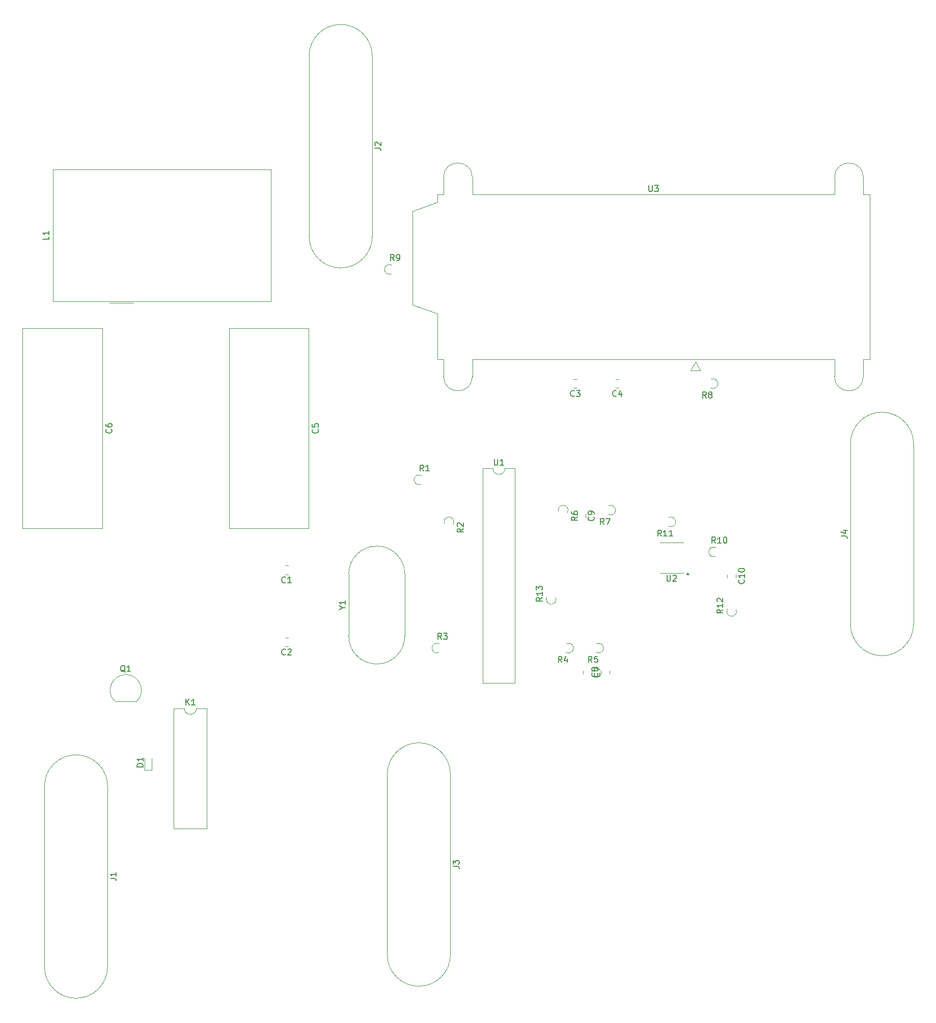
<source format=gbr>
%TF.GenerationSoftware,KiCad,Pcbnew,8.0.5*%
%TF.CreationDate,2024-09-18T16:37:26+03:00*%
%TF.ProjectId,TDR_test,5444525f-7465-4737-942e-6b696361645f,rev?*%
%TF.SameCoordinates,Original*%
%TF.FileFunction,Legend,Top*%
%TF.FilePolarity,Positive*%
%FSLAX46Y46*%
G04 Gerber Fmt 4.6, Leading zero omitted, Abs format (unit mm)*
G04 Created by KiCad (PCBNEW 8.0.5) date 2024-09-18 16:37:26*
%MOMM*%
%LPD*%
G01*
G04 APERTURE LIST*
%ADD10C,0.150000*%
%ADD11C,0.120000*%
G04 APERTURE END LIST*
D10*
X157039580Y-109642857D02*
X157087200Y-109690476D01*
X157087200Y-109690476D02*
X157134819Y-109833333D01*
X157134819Y-109833333D02*
X157134819Y-109928571D01*
X157134819Y-109928571D02*
X157087200Y-110071428D01*
X157087200Y-110071428D02*
X156991961Y-110166666D01*
X156991961Y-110166666D02*
X156896723Y-110214285D01*
X156896723Y-110214285D02*
X156706247Y-110261904D01*
X156706247Y-110261904D02*
X156563390Y-110261904D01*
X156563390Y-110261904D02*
X156372914Y-110214285D01*
X156372914Y-110214285D02*
X156277676Y-110166666D01*
X156277676Y-110166666D02*
X156182438Y-110071428D01*
X156182438Y-110071428D02*
X156134819Y-109928571D01*
X156134819Y-109928571D02*
X156134819Y-109833333D01*
X156134819Y-109833333D02*
X156182438Y-109690476D01*
X156182438Y-109690476D02*
X156230057Y-109642857D01*
X157134819Y-108690476D02*
X157134819Y-109261904D01*
X157134819Y-108976190D02*
X156134819Y-108976190D01*
X156134819Y-108976190D02*
X156277676Y-109071428D01*
X156277676Y-109071428D02*
X156372914Y-109166666D01*
X156372914Y-109166666D02*
X156420533Y-109261904D01*
X156134819Y-108071428D02*
X156134819Y-107976190D01*
X156134819Y-107976190D02*
X156182438Y-107880952D01*
X156182438Y-107880952D02*
X156230057Y-107833333D01*
X156230057Y-107833333D02*
X156325295Y-107785714D01*
X156325295Y-107785714D02*
X156515771Y-107738095D01*
X156515771Y-107738095D02*
X156753866Y-107738095D01*
X156753866Y-107738095D02*
X156944342Y-107785714D01*
X156944342Y-107785714D02*
X157039580Y-107833333D01*
X157039580Y-107833333D02*
X157087200Y-107880952D01*
X157087200Y-107880952D02*
X157134819Y-107976190D01*
X157134819Y-107976190D02*
X157134819Y-108071428D01*
X157134819Y-108071428D02*
X157087200Y-108166666D01*
X157087200Y-108166666D02*
X157039580Y-108214285D01*
X157039580Y-108214285D02*
X156944342Y-108261904D01*
X156944342Y-108261904D02*
X156753866Y-108309523D01*
X156753866Y-108309523D02*
X156515771Y-108309523D01*
X156515771Y-108309523D02*
X156325295Y-108261904D01*
X156325295Y-108261904D02*
X156230057Y-108214285D01*
X156230057Y-108214285D02*
X156182438Y-108166666D01*
X156182438Y-108166666D02*
X156134819Y-108071428D01*
X132039580Y-99166666D02*
X132087200Y-99214285D01*
X132087200Y-99214285D02*
X132134819Y-99357142D01*
X132134819Y-99357142D02*
X132134819Y-99452380D01*
X132134819Y-99452380D02*
X132087200Y-99595237D01*
X132087200Y-99595237D02*
X131991961Y-99690475D01*
X131991961Y-99690475D02*
X131896723Y-99738094D01*
X131896723Y-99738094D02*
X131706247Y-99785713D01*
X131706247Y-99785713D02*
X131563390Y-99785713D01*
X131563390Y-99785713D02*
X131372914Y-99738094D01*
X131372914Y-99738094D02*
X131277676Y-99690475D01*
X131277676Y-99690475D02*
X131182438Y-99595237D01*
X131182438Y-99595237D02*
X131134819Y-99452380D01*
X131134819Y-99452380D02*
X131134819Y-99357142D01*
X131134819Y-99357142D02*
X131182438Y-99214285D01*
X131182438Y-99214285D02*
X131230057Y-99166666D01*
X132134819Y-98690475D02*
X132134819Y-98499999D01*
X132134819Y-98499999D02*
X132087200Y-98404761D01*
X132087200Y-98404761D02*
X132039580Y-98357142D01*
X132039580Y-98357142D02*
X131896723Y-98261904D01*
X131896723Y-98261904D02*
X131706247Y-98214285D01*
X131706247Y-98214285D02*
X131325295Y-98214285D01*
X131325295Y-98214285D02*
X131230057Y-98261904D01*
X131230057Y-98261904D02*
X131182438Y-98309523D01*
X131182438Y-98309523D02*
X131134819Y-98404761D01*
X131134819Y-98404761D02*
X131134819Y-98595237D01*
X131134819Y-98595237D02*
X131182438Y-98690475D01*
X131182438Y-98690475D02*
X131230057Y-98738094D01*
X131230057Y-98738094D02*
X131325295Y-98785713D01*
X131325295Y-98785713D02*
X131563390Y-98785713D01*
X131563390Y-98785713D02*
X131658628Y-98738094D01*
X131658628Y-98738094D02*
X131706247Y-98690475D01*
X131706247Y-98690475D02*
X131753866Y-98595237D01*
X131753866Y-98595237D02*
X131753866Y-98404761D01*
X131753866Y-98404761D02*
X131706247Y-98309523D01*
X131706247Y-98309523D02*
X131658628Y-98261904D01*
X131658628Y-98261904D02*
X131563390Y-98214285D01*
X132679580Y-125166666D02*
X132727200Y-125214285D01*
X132727200Y-125214285D02*
X132774819Y-125357142D01*
X132774819Y-125357142D02*
X132774819Y-125452380D01*
X132774819Y-125452380D02*
X132727200Y-125595237D01*
X132727200Y-125595237D02*
X132631961Y-125690475D01*
X132631961Y-125690475D02*
X132536723Y-125738094D01*
X132536723Y-125738094D02*
X132346247Y-125785713D01*
X132346247Y-125785713D02*
X132203390Y-125785713D01*
X132203390Y-125785713D02*
X132012914Y-125738094D01*
X132012914Y-125738094D02*
X131917676Y-125690475D01*
X131917676Y-125690475D02*
X131822438Y-125595237D01*
X131822438Y-125595237D02*
X131774819Y-125452380D01*
X131774819Y-125452380D02*
X131774819Y-125357142D01*
X131774819Y-125357142D02*
X131822438Y-125214285D01*
X131822438Y-125214285D02*
X131870057Y-125166666D01*
X132203390Y-124595237D02*
X132155771Y-124690475D01*
X132155771Y-124690475D02*
X132108152Y-124738094D01*
X132108152Y-124738094D02*
X132012914Y-124785713D01*
X132012914Y-124785713D02*
X131965295Y-124785713D01*
X131965295Y-124785713D02*
X131870057Y-124738094D01*
X131870057Y-124738094D02*
X131822438Y-124690475D01*
X131822438Y-124690475D02*
X131774819Y-124595237D01*
X131774819Y-124595237D02*
X131774819Y-124404761D01*
X131774819Y-124404761D02*
X131822438Y-124309523D01*
X131822438Y-124309523D02*
X131870057Y-124261904D01*
X131870057Y-124261904D02*
X131965295Y-124214285D01*
X131965295Y-124214285D02*
X132012914Y-124214285D01*
X132012914Y-124214285D02*
X132108152Y-124261904D01*
X132108152Y-124261904D02*
X132155771Y-124309523D01*
X132155771Y-124309523D02*
X132203390Y-124404761D01*
X132203390Y-124404761D02*
X132203390Y-124595237D01*
X132203390Y-124595237D02*
X132251009Y-124690475D01*
X132251009Y-124690475D02*
X132298628Y-124738094D01*
X132298628Y-124738094D02*
X132393866Y-124785713D01*
X132393866Y-124785713D02*
X132584342Y-124785713D01*
X132584342Y-124785713D02*
X132679580Y-124738094D01*
X132679580Y-124738094D02*
X132727200Y-124690475D01*
X132727200Y-124690475D02*
X132774819Y-124595237D01*
X132774819Y-124595237D02*
X132774819Y-124404761D01*
X132774819Y-124404761D02*
X132727200Y-124309523D01*
X132727200Y-124309523D02*
X132679580Y-124261904D01*
X132679580Y-124261904D02*
X132584342Y-124214285D01*
X132584342Y-124214285D02*
X132393866Y-124214285D01*
X132393866Y-124214285D02*
X132298628Y-124261904D01*
X132298628Y-124261904D02*
X132251009Y-124309523D01*
X132251009Y-124309523D02*
X132203390Y-124404761D01*
X133039580Y-125166666D02*
X133087200Y-125214285D01*
X133087200Y-125214285D02*
X133134819Y-125357142D01*
X133134819Y-125357142D02*
X133134819Y-125452380D01*
X133134819Y-125452380D02*
X133087200Y-125595237D01*
X133087200Y-125595237D02*
X132991961Y-125690475D01*
X132991961Y-125690475D02*
X132896723Y-125738094D01*
X132896723Y-125738094D02*
X132706247Y-125785713D01*
X132706247Y-125785713D02*
X132563390Y-125785713D01*
X132563390Y-125785713D02*
X132372914Y-125738094D01*
X132372914Y-125738094D02*
X132277676Y-125690475D01*
X132277676Y-125690475D02*
X132182438Y-125595237D01*
X132182438Y-125595237D02*
X132134819Y-125452380D01*
X132134819Y-125452380D02*
X132134819Y-125357142D01*
X132134819Y-125357142D02*
X132182438Y-125214285D01*
X132182438Y-125214285D02*
X132230057Y-125166666D01*
X132134819Y-124833332D02*
X132134819Y-124166666D01*
X132134819Y-124166666D02*
X133134819Y-124595237D01*
X135833333Y-79039580D02*
X135785714Y-79087200D01*
X135785714Y-79087200D02*
X135642857Y-79134819D01*
X135642857Y-79134819D02*
X135547619Y-79134819D01*
X135547619Y-79134819D02*
X135404762Y-79087200D01*
X135404762Y-79087200D02*
X135309524Y-78991961D01*
X135309524Y-78991961D02*
X135261905Y-78896723D01*
X135261905Y-78896723D02*
X135214286Y-78706247D01*
X135214286Y-78706247D02*
X135214286Y-78563390D01*
X135214286Y-78563390D02*
X135261905Y-78372914D01*
X135261905Y-78372914D02*
X135309524Y-78277676D01*
X135309524Y-78277676D02*
X135404762Y-78182438D01*
X135404762Y-78182438D02*
X135547619Y-78134819D01*
X135547619Y-78134819D02*
X135642857Y-78134819D01*
X135642857Y-78134819D02*
X135785714Y-78182438D01*
X135785714Y-78182438D02*
X135833333Y-78230057D01*
X136690476Y-78468152D02*
X136690476Y-79134819D01*
X136452381Y-78087200D02*
X136214286Y-78801485D01*
X136214286Y-78801485D02*
X136833333Y-78801485D01*
X128833333Y-79039580D02*
X128785714Y-79087200D01*
X128785714Y-79087200D02*
X128642857Y-79134819D01*
X128642857Y-79134819D02*
X128547619Y-79134819D01*
X128547619Y-79134819D02*
X128404762Y-79087200D01*
X128404762Y-79087200D02*
X128309524Y-78991961D01*
X128309524Y-78991961D02*
X128261905Y-78896723D01*
X128261905Y-78896723D02*
X128214286Y-78706247D01*
X128214286Y-78706247D02*
X128214286Y-78563390D01*
X128214286Y-78563390D02*
X128261905Y-78372914D01*
X128261905Y-78372914D02*
X128309524Y-78277676D01*
X128309524Y-78277676D02*
X128404762Y-78182438D01*
X128404762Y-78182438D02*
X128547619Y-78134819D01*
X128547619Y-78134819D02*
X128642857Y-78134819D01*
X128642857Y-78134819D02*
X128785714Y-78182438D01*
X128785714Y-78182438D02*
X128833333Y-78230057D01*
X129166667Y-78134819D02*
X129785714Y-78134819D01*
X129785714Y-78134819D02*
X129452381Y-78515771D01*
X129452381Y-78515771D02*
X129595238Y-78515771D01*
X129595238Y-78515771D02*
X129690476Y-78563390D01*
X129690476Y-78563390D02*
X129738095Y-78611009D01*
X129738095Y-78611009D02*
X129785714Y-78706247D01*
X129785714Y-78706247D02*
X129785714Y-78944342D01*
X129785714Y-78944342D02*
X129738095Y-79039580D01*
X129738095Y-79039580D02*
X129690476Y-79087200D01*
X129690476Y-79087200D02*
X129595238Y-79134819D01*
X129595238Y-79134819D02*
X129309524Y-79134819D01*
X129309524Y-79134819D02*
X129214286Y-79087200D01*
X129214286Y-79087200D02*
X129166667Y-79039580D01*
X80833333Y-122039580D02*
X80785714Y-122087200D01*
X80785714Y-122087200D02*
X80642857Y-122134819D01*
X80642857Y-122134819D02*
X80547619Y-122134819D01*
X80547619Y-122134819D02*
X80404762Y-122087200D01*
X80404762Y-122087200D02*
X80309524Y-121991961D01*
X80309524Y-121991961D02*
X80261905Y-121896723D01*
X80261905Y-121896723D02*
X80214286Y-121706247D01*
X80214286Y-121706247D02*
X80214286Y-121563390D01*
X80214286Y-121563390D02*
X80261905Y-121372914D01*
X80261905Y-121372914D02*
X80309524Y-121277676D01*
X80309524Y-121277676D02*
X80404762Y-121182438D01*
X80404762Y-121182438D02*
X80547619Y-121134819D01*
X80547619Y-121134819D02*
X80642857Y-121134819D01*
X80642857Y-121134819D02*
X80785714Y-121182438D01*
X80785714Y-121182438D02*
X80833333Y-121230057D01*
X81214286Y-121230057D02*
X81261905Y-121182438D01*
X81261905Y-121182438D02*
X81357143Y-121134819D01*
X81357143Y-121134819D02*
X81595238Y-121134819D01*
X81595238Y-121134819D02*
X81690476Y-121182438D01*
X81690476Y-121182438D02*
X81738095Y-121230057D01*
X81738095Y-121230057D02*
X81785714Y-121325295D01*
X81785714Y-121325295D02*
X81785714Y-121420533D01*
X81785714Y-121420533D02*
X81738095Y-121563390D01*
X81738095Y-121563390D02*
X81166667Y-122134819D01*
X81166667Y-122134819D02*
X81785714Y-122134819D01*
X80833333Y-110039580D02*
X80785714Y-110087200D01*
X80785714Y-110087200D02*
X80642857Y-110134819D01*
X80642857Y-110134819D02*
X80547619Y-110134819D01*
X80547619Y-110134819D02*
X80404762Y-110087200D01*
X80404762Y-110087200D02*
X80309524Y-109991961D01*
X80309524Y-109991961D02*
X80261905Y-109896723D01*
X80261905Y-109896723D02*
X80214286Y-109706247D01*
X80214286Y-109706247D02*
X80214286Y-109563390D01*
X80214286Y-109563390D02*
X80261905Y-109372914D01*
X80261905Y-109372914D02*
X80309524Y-109277676D01*
X80309524Y-109277676D02*
X80404762Y-109182438D01*
X80404762Y-109182438D02*
X80547619Y-109134819D01*
X80547619Y-109134819D02*
X80642857Y-109134819D01*
X80642857Y-109134819D02*
X80785714Y-109182438D01*
X80785714Y-109182438D02*
X80833333Y-109230057D01*
X81785714Y-110134819D02*
X81214286Y-110134819D01*
X81500000Y-110134819D02*
X81500000Y-109134819D01*
X81500000Y-109134819D02*
X81404762Y-109277676D01*
X81404762Y-109277676D02*
X81309524Y-109372914D01*
X81309524Y-109372914D02*
X81214286Y-109420533D01*
X123534819Y-112592857D02*
X123058628Y-112926190D01*
X123534819Y-113164285D02*
X122534819Y-113164285D01*
X122534819Y-113164285D02*
X122534819Y-112783333D01*
X122534819Y-112783333D02*
X122582438Y-112688095D01*
X122582438Y-112688095D02*
X122630057Y-112640476D01*
X122630057Y-112640476D02*
X122725295Y-112592857D01*
X122725295Y-112592857D02*
X122868152Y-112592857D01*
X122868152Y-112592857D02*
X122963390Y-112640476D01*
X122963390Y-112640476D02*
X123011009Y-112688095D01*
X123011009Y-112688095D02*
X123058628Y-112783333D01*
X123058628Y-112783333D02*
X123058628Y-113164285D01*
X123534819Y-111640476D02*
X123534819Y-112211904D01*
X123534819Y-111926190D02*
X122534819Y-111926190D01*
X122534819Y-111926190D02*
X122677676Y-112021428D01*
X122677676Y-112021428D02*
X122772914Y-112116666D01*
X122772914Y-112116666D02*
X122820533Y-112211904D01*
X122534819Y-111307142D02*
X122534819Y-110688095D01*
X122534819Y-110688095D02*
X122915771Y-111021428D01*
X122915771Y-111021428D02*
X122915771Y-110878571D01*
X122915771Y-110878571D02*
X122963390Y-110783333D01*
X122963390Y-110783333D02*
X123011009Y-110735714D01*
X123011009Y-110735714D02*
X123106247Y-110688095D01*
X123106247Y-110688095D02*
X123344342Y-110688095D01*
X123344342Y-110688095D02*
X123439580Y-110735714D01*
X123439580Y-110735714D02*
X123487200Y-110783333D01*
X123487200Y-110783333D02*
X123534819Y-110878571D01*
X123534819Y-110878571D02*
X123534819Y-111164285D01*
X123534819Y-111164285D02*
X123487200Y-111259523D01*
X123487200Y-111259523D02*
X123439580Y-111307142D01*
X153534819Y-114592857D02*
X153058628Y-114926190D01*
X153534819Y-115164285D02*
X152534819Y-115164285D01*
X152534819Y-115164285D02*
X152534819Y-114783333D01*
X152534819Y-114783333D02*
X152582438Y-114688095D01*
X152582438Y-114688095D02*
X152630057Y-114640476D01*
X152630057Y-114640476D02*
X152725295Y-114592857D01*
X152725295Y-114592857D02*
X152868152Y-114592857D01*
X152868152Y-114592857D02*
X152963390Y-114640476D01*
X152963390Y-114640476D02*
X153011009Y-114688095D01*
X153011009Y-114688095D02*
X153058628Y-114783333D01*
X153058628Y-114783333D02*
X153058628Y-115164285D01*
X153534819Y-113640476D02*
X153534819Y-114211904D01*
X153534819Y-113926190D02*
X152534819Y-113926190D01*
X152534819Y-113926190D02*
X152677676Y-114021428D01*
X152677676Y-114021428D02*
X152772914Y-114116666D01*
X152772914Y-114116666D02*
X152820533Y-114211904D01*
X152630057Y-113259523D02*
X152582438Y-113211904D01*
X152582438Y-113211904D02*
X152534819Y-113116666D01*
X152534819Y-113116666D02*
X152534819Y-112878571D01*
X152534819Y-112878571D02*
X152582438Y-112783333D01*
X152582438Y-112783333D02*
X152630057Y-112735714D01*
X152630057Y-112735714D02*
X152725295Y-112688095D01*
X152725295Y-112688095D02*
X152820533Y-112688095D01*
X152820533Y-112688095D02*
X152963390Y-112735714D01*
X152963390Y-112735714D02*
X153534819Y-113307142D01*
X153534819Y-113307142D02*
X153534819Y-112688095D01*
X143307142Y-102374819D02*
X142973809Y-101898628D01*
X142735714Y-102374819D02*
X142735714Y-101374819D01*
X142735714Y-101374819D02*
X143116666Y-101374819D01*
X143116666Y-101374819D02*
X143211904Y-101422438D01*
X143211904Y-101422438D02*
X143259523Y-101470057D01*
X143259523Y-101470057D02*
X143307142Y-101565295D01*
X143307142Y-101565295D02*
X143307142Y-101708152D01*
X143307142Y-101708152D02*
X143259523Y-101803390D01*
X143259523Y-101803390D02*
X143211904Y-101851009D01*
X143211904Y-101851009D02*
X143116666Y-101898628D01*
X143116666Y-101898628D02*
X142735714Y-101898628D01*
X144259523Y-102374819D02*
X143688095Y-102374819D01*
X143973809Y-102374819D02*
X143973809Y-101374819D01*
X143973809Y-101374819D02*
X143878571Y-101517676D01*
X143878571Y-101517676D02*
X143783333Y-101612914D01*
X143783333Y-101612914D02*
X143688095Y-101660533D01*
X145211904Y-102374819D02*
X144640476Y-102374819D01*
X144926190Y-102374819D02*
X144926190Y-101374819D01*
X144926190Y-101374819D02*
X144830952Y-101517676D01*
X144830952Y-101517676D02*
X144735714Y-101612914D01*
X144735714Y-101612914D02*
X144640476Y-101660533D01*
X152307142Y-103534819D02*
X151973809Y-103058628D01*
X151735714Y-103534819D02*
X151735714Y-102534819D01*
X151735714Y-102534819D02*
X152116666Y-102534819D01*
X152116666Y-102534819D02*
X152211904Y-102582438D01*
X152211904Y-102582438D02*
X152259523Y-102630057D01*
X152259523Y-102630057D02*
X152307142Y-102725295D01*
X152307142Y-102725295D02*
X152307142Y-102868152D01*
X152307142Y-102868152D02*
X152259523Y-102963390D01*
X152259523Y-102963390D02*
X152211904Y-103011009D01*
X152211904Y-103011009D02*
X152116666Y-103058628D01*
X152116666Y-103058628D02*
X151735714Y-103058628D01*
X153259523Y-103534819D02*
X152688095Y-103534819D01*
X152973809Y-103534819D02*
X152973809Y-102534819D01*
X152973809Y-102534819D02*
X152878571Y-102677676D01*
X152878571Y-102677676D02*
X152783333Y-102772914D01*
X152783333Y-102772914D02*
X152688095Y-102820533D01*
X153878571Y-102534819D02*
X153973809Y-102534819D01*
X153973809Y-102534819D02*
X154069047Y-102582438D01*
X154069047Y-102582438D02*
X154116666Y-102630057D01*
X154116666Y-102630057D02*
X154164285Y-102725295D01*
X154164285Y-102725295D02*
X154211904Y-102915771D01*
X154211904Y-102915771D02*
X154211904Y-103153866D01*
X154211904Y-103153866D02*
X154164285Y-103344342D01*
X154164285Y-103344342D02*
X154116666Y-103439580D01*
X154116666Y-103439580D02*
X154069047Y-103487200D01*
X154069047Y-103487200D02*
X153973809Y-103534819D01*
X153973809Y-103534819D02*
X153878571Y-103534819D01*
X153878571Y-103534819D02*
X153783333Y-103487200D01*
X153783333Y-103487200D02*
X153735714Y-103439580D01*
X153735714Y-103439580D02*
X153688095Y-103344342D01*
X153688095Y-103344342D02*
X153640476Y-103153866D01*
X153640476Y-103153866D02*
X153640476Y-102915771D01*
X153640476Y-102915771D02*
X153688095Y-102725295D01*
X153688095Y-102725295D02*
X153735714Y-102630057D01*
X153735714Y-102630057D02*
X153783333Y-102582438D01*
X153783333Y-102582438D02*
X153878571Y-102534819D01*
X98883333Y-56534819D02*
X98550000Y-56058628D01*
X98311905Y-56534819D02*
X98311905Y-55534819D01*
X98311905Y-55534819D02*
X98692857Y-55534819D01*
X98692857Y-55534819D02*
X98788095Y-55582438D01*
X98788095Y-55582438D02*
X98835714Y-55630057D01*
X98835714Y-55630057D02*
X98883333Y-55725295D01*
X98883333Y-55725295D02*
X98883333Y-55868152D01*
X98883333Y-55868152D02*
X98835714Y-55963390D01*
X98835714Y-55963390D02*
X98788095Y-56011009D01*
X98788095Y-56011009D02*
X98692857Y-56058628D01*
X98692857Y-56058628D02*
X98311905Y-56058628D01*
X99359524Y-56534819D02*
X99550000Y-56534819D01*
X99550000Y-56534819D02*
X99645238Y-56487200D01*
X99645238Y-56487200D02*
X99692857Y-56439580D01*
X99692857Y-56439580D02*
X99788095Y-56296723D01*
X99788095Y-56296723D02*
X99835714Y-56106247D01*
X99835714Y-56106247D02*
X99835714Y-55725295D01*
X99835714Y-55725295D02*
X99788095Y-55630057D01*
X99788095Y-55630057D02*
X99740476Y-55582438D01*
X99740476Y-55582438D02*
X99645238Y-55534819D01*
X99645238Y-55534819D02*
X99454762Y-55534819D01*
X99454762Y-55534819D02*
X99359524Y-55582438D01*
X99359524Y-55582438D02*
X99311905Y-55630057D01*
X99311905Y-55630057D02*
X99264286Y-55725295D01*
X99264286Y-55725295D02*
X99264286Y-55963390D01*
X99264286Y-55963390D02*
X99311905Y-56058628D01*
X99311905Y-56058628D02*
X99359524Y-56106247D01*
X99359524Y-56106247D02*
X99454762Y-56153866D01*
X99454762Y-56153866D02*
X99645238Y-56153866D01*
X99645238Y-56153866D02*
X99740476Y-56106247D01*
X99740476Y-56106247D02*
X99788095Y-56058628D01*
X99788095Y-56058628D02*
X99835714Y-55963390D01*
X150783333Y-79374819D02*
X150450000Y-78898628D01*
X150211905Y-79374819D02*
X150211905Y-78374819D01*
X150211905Y-78374819D02*
X150592857Y-78374819D01*
X150592857Y-78374819D02*
X150688095Y-78422438D01*
X150688095Y-78422438D02*
X150735714Y-78470057D01*
X150735714Y-78470057D02*
X150783333Y-78565295D01*
X150783333Y-78565295D02*
X150783333Y-78708152D01*
X150783333Y-78708152D02*
X150735714Y-78803390D01*
X150735714Y-78803390D02*
X150688095Y-78851009D01*
X150688095Y-78851009D02*
X150592857Y-78898628D01*
X150592857Y-78898628D02*
X150211905Y-78898628D01*
X151354762Y-78803390D02*
X151259524Y-78755771D01*
X151259524Y-78755771D02*
X151211905Y-78708152D01*
X151211905Y-78708152D02*
X151164286Y-78612914D01*
X151164286Y-78612914D02*
X151164286Y-78565295D01*
X151164286Y-78565295D02*
X151211905Y-78470057D01*
X151211905Y-78470057D02*
X151259524Y-78422438D01*
X151259524Y-78422438D02*
X151354762Y-78374819D01*
X151354762Y-78374819D02*
X151545238Y-78374819D01*
X151545238Y-78374819D02*
X151640476Y-78422438D01*
X151640476Y-78422438D02*
X151688095Y-78470057D01*
X151688095Y-78470057D02*
X151735714Y-78565295D01*
X151735714Y-78565295D02*
X151735714Y-78612914D01*
X151735714Y-78612914D02*
X151688095Y-78708152D01*
X151688095Y-78708152D02*
X151640476Y-78755771D01*
X151640476Y-78755771D02*
X151545238Y-78803390D01*
X151545238Y-78803390D02*
X151354762Y-78803390D01*
X151354762Y-78803390D02*
X151259524Y-78851009D01*
X151259524Y-78851009D02*
X151211905Y-78898628D01*
X151211905Y-78898628D02*
X151164286Y-78993866D01*
X151164286Y-78993866D02*
X151164286Y-79184342D01*
X151164286Y-79184342D02*
X151211905Y-79279580D01*
X151211905Y-79279580D02*
X151259524Y-79327200D01*
X151259524Y-79327200D02*
X151354762Y-79374819D01*
X151354762Y-79374819D02*
X151545238Y-79374819D01*
X151545238Y-79374819D02*
X151640476Y-79327200D01*
X151640476Y-79327200D02*
X151688095Y-79279580D01*
X151688095Y-79279580D02*
X151735714Y-79184342D01*
X151735714Y-79184342D02*
X151735714Y-78993866D01*
X151735714Y-78993866D02*
X151688095Y-78898628D01*
X151688095Y-78898628D02*
X151640476Y-78851009D01*
X151640476Y-78851009D02*
X151545238Y-78803390D01*
X173214819Y-102348333D02*
X173929104Y-102348333D01*
X173929104Y-102348333D02*
X174071961Y-102395952D01*
X174071961Y-102395952D02*
X174167200Y-102491190D01*
X174167200Y-102491190D02*
X174214819Y-102634047D01*
X174214819Y-102634047D02*
X174214819Y-102729285D01*
X173548152Y-101443571D02*
X174214819Y-101443571D01*
X173167200Y-101681666D02*
X173881485Y-101919761D01*
X173881485Y-101919761D02*
X173881485Y-101300714D01*
X108694819Y-157318333D02*
X109409104Y-157318333D01*
X109409104Y-157318333D02*
X109551961Y-157365952D01*
X109551961Y-157365952D02*
X109647200Y-157461190D01*
X109647200Y-157461190D02*
X109694819Y-157604047D01*
X109694819Y-157604047D02*
X109694819Y-157699285D01*
X108694819Y-156937380D02*
X108694819Y-156318333D01*
X108694819Y-156318333D02*
X109075771Y-156651666D01*
X109075771Y-156651666D02*
X109075771Y-156508809D01*
X109075771Y-156508809D02*
X109123390Y-156413571D01*
X109123390Y-156413571D02*
X109171009Y-156365952D01*
X109171009Y-156365952D02*
X109266247Y-156318333D01*
X109266247Y-156318333D02*
X109504342Y-156318333D01*
X109504342Y-156318333D02*
X109599580Y-156365952D01*
X109599580Y-156365952D02*
X109647200Y-156413571D01*
X109647200Y-156413571D02*
X109694819Y-156508809D01*
X109694819Y-156508809D02*
X109694819Y-156794523D01*
X109694819Y-156794523D02*
X109647200Y-156889761D01*
X109647200Y-156889761D02*
X109599580Y-156937380D01*
X103783333Y-91534819D02*
X103450000Y-91058628D01*
X103211905Y-91534819D02*
X103211905Y-90534819D01*
X103211905Y-90534819D02*
X103592857Y-90534819D01*
X103592857Y-90534819D02*
X103688095Y-90582438D01*
X103688095Y-90582438D02*
X103735714Y-90630057D01*
X103735714Y-90630057D02*
X103783333Y-90725295D01*
X103783333Y-90725295D02*
X103783333Y-90868152D01*
X103783333Y-90868152D02*
X103735714Y-90963390D01*
X103735714Y-90963390D02*
X103688095Y-91011009D01*
X103688095Y-91011009D02*
X103592857Y-91058628D01*
X103592857Y-91058628D02*
X103211905Y-91058628D01*
X104735714Y-91534819D02*
X104164286Y-91534819D01*
X104450000Y-91534819D02*
X104450000Y-90534819D01*
X104450000Y-90534819D02*
X104354762Y-90677676D01*
X104354762Y-90677676D02*
X104259524Y-90772914D01*
X104259524Y-90772914D02*
X104164286Y-90820533D01*
X95694819Y-37818333D02*
X96409104Y-37818333D01*
X96409104Y-37818333D02*
X96551961Y-37865952D01*
X96551961Y-37865952D02*
X96647200Y-37961190D01*
X96647200Y-37961190D02*
X96694819Y-38104047D01*
X96694819Y-38104047D02*
X96694819Y-38199285D01*
X95790057Y-37389761D02*
X95742438Y-37342142D01*
X95742438Y-37342142D02*
X95694819Y-37246904D01*
X95694819Y-37246904D02*
X95694819Y-37008809D01*
X95694819Y-37008809D02*
X95742438Y-36913571D01*
X95742438Y-36913571D02*
X95790057Y-36865952D01*
X95790057Y-36865952D02*
X95885295Y-36818333D01*
X95885295Y-36818333D02*
X95980533Y-36818333D01*
X95980533Y-36818333D02*
X96123390Y-36865952D01*
X96123390Y-36865952D02*
X96694819Y-37437380D01*
X96694819Y-37437380D02*
X96694819Y-36818333D01*
X64271905Y-130464819D02*
X64271905Y-129464819D01*
X64843333Y-130464819D02*
X64414762Y-129893390D01*
X64843333Y-129464819D02*
X64271905Y-130036247D01*
X65795714Y-130464819D02*
X65224286Y-130464819D01*
X65510000Y-130464819D02*
X65510000Y-129464819D01*
X65510000Y-129464819D02*
X65414762Y-129607676D01*
X65414762Y-129607676D02*
X65319524Y-129702914D01*
X65319524Y-129702914D02*
X65224286Y-129750533D01*
X90308628Y-114306190D02*
X90784819Y-114306190D01*
X89784819Y-114639523D02*
X90308628Y-114306190D01*
X90308628Y-114306190D02*
X89784819Y-113972857D01*
X90784819Y-113115714D02*
X90784819Y-113687142D01*
X90784819Y-113401428D02*
X89784819Y-113401428D01*
X89784819Y-113401428D02*
X89927676Y-113496666D01*
X89927676Y-113496666D02*
X90022914Y-113591904D01*
X90022914Y-113591904D02*
X90070533Y-113687142D01*
X51694819Y-159318333D02*
X52409104Y-159318333D01*
X52409104Y-159318333D02*
X52551961Y-159365952D01*
X52551961Y-159365952D02*
X52647200Y-159461190D01*
X52647200Y-159461190D02*
X52694819Y-159604047D01*
X52694819Y-159604047D02*
X52694819Y-159699285D01*
X52694819Y-158318333D02*
X52694819Y-158889761D01*
X52694819Y-158604047D02*
X51694819Y-158604047D01*
X51694819Y-158604047D02*
X51837676Y-158699285D01*
X51837676Y-158699285D02*
X51932914Y-158794523D01*
X51932914Y-158794523D02*
X51980533Y-158889761D01*
X106783333Y-119534819D02*
X106450000Y-119058628D01*
X106211905Y-119534819D02*
X106211905Y-118534819D01*
X106211905Y-118534819D02*
X106592857Y-118534819D01*
X106592857Y-118534819D02*
X106688095Y-118582438D01*
X106688095Y-118582438D02*
X106735714Y-118630057D01*
X106735714Y-118630057D02*
X106783333Y-118725295D01*
X106783333Y-118725295D02*
X106783333Y-118868152D01*
X106783333Y-118868152D02*
X106735714Y-118963390D01*
X106735714Y-118963390D02*
X106688095Y-119011009D01*
X106688095Y-119011009D02*
X106592857Y-119058628D01*
X106592857Y-119058628D02*
X106211905Y-119058628D01*
X107116667Y-118534819D02*
X107735714Y-118534819D01*
X107735714Y-118534819D02*
X107402381Y-118915771D01*
X107402381Y-118915771D02*
X107545238Y-118915771D01*
X107545238Y-118915771D02*
X107640476Y-118963390D01*
X107640476Y-118963390D02*
X107688095Y-119011009D01*
X107688095Y-119011009D02*
X107735714Y-119106247D01*
X107735714Y-119106247D02*
X107735714Y-119344342D01*
X107735714Y-119344342D02*
X107688095Y-119439580D01*
X107688095Y-119439580D02*
X107640476Y-119487200D01*
X107640476Y-119487200D02*
X107545238Y-119534819D01*
X107545238Y-119534819D02*
X107259524Y-119534819D01*
X107259524Y-119534819D02*
X107164286Y-119487200D01*
X107164286Y-119487200D02*
X107116667Y-119439580D01*
X141238095Y-44024819D02*
X141238095Y-44834342D01*
X141238095Y-44834342D02*
X141285714Y-44929580D01*
X141285714Y-44929580D02*
X141333333Y-44977200D01*
X141333333Y-44977200D02*
X141428571Y-45024819D01*
X141428571Y-45024819D02*
X141619047Y-45024819D01*
X141619047Y-45024819D02*
X141714285Y-44977200D01*
X141714285Y-44977200D02*
X141761904Y-44929580D01*
X141761904Y-44929580D02*
X141809523Y-44834342D01*
X141809523Y-44834342D02*
X141809523Y-44024819D01*
X142190476Y-44024819D02*
X142809523Y-44024819D01*
X142809523Y-44024819D02*
X142476190Y-44405771D01*
X142476190Y-44405771D02*
X142619047Y-44405771D01*
X142619047Y-44405771D02*
X142714285Y-44453390D01*
X142714285Y-44453390D02*
X142761904Y-44501009D01*
X142761904Y-44501009D02*
X142809523Y-44596247D01*
X142809523Y-44596247D02*
X142809523Y-44834342D01*
X142809523Y-44834342D02*
X142761904Y-44929580D01*
X142761904Y-44929580D02*
X142714285Y-44977200D01*
X142714285Y-44977200D02*
X142619047Y-45024819D01*
X142619047Y-45024819D02*
X142333333Y-45024819D01*
X142333333Y-45024819D02*
X142238095Y-44977200D01*
X142238095Y-44977200D02*
X142190476Y-44929580D01*
X86199580Y-84606666D02*
X86247200Y-84654285D01*
X86247200Y-84654285D02*
X86294819Y-84797142D01*
X86294819Y-84797142D02*
X86294819Y-84892380D01*
X86294819Y-84892380D02*
X86247200Y-85035237D01*
X86247200Y-85035237D02*
X86151961Y-85130475D01*
X86151961Y-85130475D02*
X86056723Y-85178094D01*
X86056723Y-85178094D02*
X85866247Y-85225713D01*
X85866247Y-85225713D02*
X85723390Y-85225713D01*
X85723390Y-85225713D02*
X85532914Y-85178094D01*
X85532914Y-85178094D02*
X85437676Y-85130475D01*
X85437676Y-85130475D02*
X85342438Y-85035237D01*
X85342438Y-85035237D02*
X85294819Y-84892380D01*
X85294819Y-84892380D02*
X85294819Y-84797142D01*
X85294819Y-84797142D02*
X85342438Y-84654285D01*
X85342438Y-84654285D02*
X85390057Y-84606666D01*
X85294819Y-83701904D02*
X85294819Y-84178094D01*
X85294819Y-84178094D02*
X85771009Y-84225713D01*
X85771009Y-84225713D02*
X85723390Y-84178094D01*
X85723390Y-84178094D02*
X85675771Y-84082856D01*
X85675771Y-84082856D02*
X85675771Y-83844761D01*
X85675771Y-83844761D02*
X85723390Y-83749523D01*
X85723390Y-83749523D02*
X85771009Y-83701904D01*
X85771009Y-83701904D02*
X85866247Y-83654285D01*
X85866247Y-83654285D02*
X86104342Y-83654285D01*
X86104342Y-83654285D02*
X86199580Y-83701904D01*
X86199580Y-83701904D02*
X86247200Y-83749523D01*
X86247200Y-83749523D02*
X86294819Y-83844761D01*
X86294819Y-83844761D02*
X86294819Y-84082856D01*
X86294819Y-84082856D02*
X86247200Y-84178094D01*
X86247200Y-84178094D02*
X86199580Y-84225713D01*
X129374819Y-99166666D02*
X128898628Y-99499999D01*
X129374819Y-99738094D02*
X128374819Y-99738094D01*
X128374819Y-99738094D02*
X128374819Y-99357142D01*
X128374819Y-99357142D02*
X128422438Y-99261904D01*
X128422438Y-99261904D02*
X128470057Y-99214285D01*
X128470057Y-99214285D02*
X128565295Y-99166666D01*
X128565295Y-99166666D02*
X128708152Y-99166666D01*
X128708152Y-99166666D02*
X128803390Y-99214285D01*
X128803390Y-99214285D02*
X128851009Y-99261904D01*
X128851009Y-99261904D02*
X128898628Y-99357142D01*
X128898628Y-99357142D02*
X128898628Y-99738094D01*
X128374819Y-98309523D02*
X128374819Y-98499999D01*
X128374819Y-98499999D02*
X128422438Y-98595237D01*
X128422438Y-98595237D02*
X128470057Y-98642856D01*
X128470057Y-98642856D02*
X128612914Y-98738094D01*
X128612914Y-98738094D02*
X128803390Y-98785713D01*
X128803390Y-98785713D02*
X129184342Y-98785713D01*
X129184342Y-98785713D02*
X129279580Y-98738094D01*
X129279580Y-98738094D02*
X129327200Y-98690475D01*
X129327200Y-98690475D02*
X129374819Y-98595237D01*
X129374819Y-98595237D02*
X129374819Y-98404761D01*
X129374819Y-98404761D02*
X129327200Y-98309523D01*
X129327200Y-98309523D02*
X129279580Y-98261904D01*
X129279580Y-98261904D02*
X129184342Y-98214285D01*
X129184342Y-98214285D02*
X128946247Y-98214285D01*
X128946247Y-98214285D02*
X128851009Y-98261904D01*
X128851009Y-98261904D02*
X128803390Y-98309523D01*
X128803390Y-98309523D02*
X128755771Y-98404761D01*
X128755771Y-98404761D02*
X128755771Y-98595237D01*
X128755771Y-98595237D02*
X128803390Y-98690475D01*
X128803390Y-98690475D02*
X128851009Y-98738094D01*
X128851009Y-98738094D02*
X128946247Y-98785713D01*
X51859580Y-84586666D02*
X51907200Y-84634285D01*
X51907200Y-84634285D02*
X51954819Y-84777142D01*
X51954819Y-84777142D02*
X51954819Y-84872380D01*
X51954819Y-84872380D02*
X51907200Y-85015237D01*
X51907200Y-85015237D02*
X51811961Y-85110475D01*
X51811961Y-85110475D02*
X51716723Y-85158094D01*
X51716723Y-85158094D02*
X51526247Y-85205713D01*
X51526247Y-85205713D02*
X51383390Y-85205713D01*
X51383390Y-85205713D02*
X51192914Y-85158094D01*
X51192914Y-85158094D02*
X51097676Y-85110475D01*
X51097676Y-85110475D02*
X51002438Y-85015237D01*
X51002438Y-85015237D02*
X50954819Y-84872380D01*
X50954819Y-84872380D02*
X50954819Y-84777142D01*
X50954819Y-84777142D02*
X51002438Y-84634285D01*
X51002438Y-84634285D02*
X51050057Y-84586666D01*
X50954819Y-83729523D02*
X50954819Y-83919999D01*
X50954819Y-83919999D02*
X51002438Y-84015237D01*
X51002438Y-84015237D02*
X51050057Y-84062856D01*
X51050057Y-84062856D02*
X51192914Y-84158094D01*
X51192914Y-84158094D02*
X51383390Y-84205713D01*
X51383390Y-84205713D02*
X51764342Y-84205713D01*
X51764342Y-84205713D02*
X51859580Y-84158094D01*
X51859580Y-84158094D02*
X51907200Y-84110475D01*
X51907200Y-84110475D02*
X51954819Y-84015237D01*
X51954819Y-84015237D02*
X51954819Y-83824761D01*
X51954819Y-83824761D02*
X51907200Y-83729523D01*
X51907200Y-83729523D02*
X51859580Y-83681904D01*
X51859580Y-83681904D02*
X51764342Y-83634285D01*
X51764342Y-83634285D02*
X51526247Y-83634285D01*
X51526247Y-83634285D02*
X51431009Y-83681904D01*
X51431009Y-83681904D02*
X51383390Y-83729523D01*
X51383390Y-83729523D02*
X51335771Y-83824761D01*
X51335771Y-83824761D02*
X51335771Y-84015237D01*
X51335771Y-84015237D02*
X51383390Y-84110475D01*
X51383390Y-84110475D02*
X51431009Y-84158094D01*
X51431009Y-84158094D02*
X51526247Y-84205713D01*
X126783333Y-123374819D02*
X126450000Y-122898628D01*
X126211905Y-123374819D02*
X126211905Y-122374819D01*
X126211905Y-122374819D02*
X126592857Y-122374819D01*
X126592857Y-122374819D02*
X126688095Y-122422438D01*
X126688095Y-122422438D02*
X126735714Y-122470057D01*
X126735714Y-122470057D02*
X126783333Y-122565295D01*
X126783333Y-122565295D02*
X126783333Y-122708152D01*
X126783333Y-122708152D02*
X126735714Y-122803390D01*
X126735714Y-122803390D02*
X126688095Y-122851009D01*
X126688095Y-122851009D02*
X126592857Y-122898628D01*
X126592857Y-122898628D02*
X126211905Y-122898628D01*
X127640476Y-122708152D02*
X127640476Y-123374819D01*
X127402381Y-122327200D02*
X127164286Y-123041485D01*
X127164286Y-123041485D02*
X127783333Y-123041485D01*
X144238095Y-108854819D02*
X144238095Y-109664342D01*
X144238095Y-109664342D02*
X144285714Y-109759580D01*
X144285714Y-109759580D02*
X144333333Y-109807200D01*
X144333333Y-109807200D02*
X144428571Y-109854819D01*
X144428571Y-109854819D02*
X144619047Y-109854819D01*
X144619047Y-109854819D02*
X144714285Y-109807200D01*
X144714285Y-109807200D02*
X144761904Y-109759580D01*
X144761904Y-109759580D02*
X144809523Y-109664342D01*
X144809523Y-109664342D02*
X144809523Y-108854819D01*
X145238095Y-108950057D02*
X145285714Y-108902438D01*
X145285714Y-108902438D02*
X145380952Y-108854819D01*
X145380952Y-108854819D02*
X145619047Y-108854819D01*
X145619047Y-108854819D02*
X145714285Y-108902438D01*
X145714285Y-108902438D02*
X145761904Y-108950057D01*
X145761904Y-108950057D02*
X145809523Y-109045295D01*
X145809523Y-109045295D02*
X145809523Y-109140533D01*
X145809523Y-109140533D02*
X145761904Y-109283390D01*
X145761904Y-109283390D02*
X145190476Y-109854819D01*
X145190476Y-109854819D02*
X145809523Y-109854819D01*
X110374819Y-101116666D02*
X109898628Y-101449999D01*
X110374819Y-101688094D02*
X109374819Y-101688094D01*
X109374819Y-101688094D02*
X109374819Y-101307142D01*
X109374819Y-101307142D02*
X109422438Y-101211904D01*
X109422438Y-101211904D02*
X109470057Y-101164285D01*
X109470057Y-101164285D02*
X109565295Y-101116666D01*
X109565295Y-101116666D02*
X109708152Y-101116666D01*
X109708152Y-101116666D02*
X109803390Y-101164285D01*
X109803390Y-101164285D02*
X109851009Y-101211904D01*
X109851009Y-101211904D02*
X109898628Y-101307142D01*
X109898628Y-101307142D02*
X109898628Y-101688094D01*
X109470057Y-100735713D02*
X109422438Y-100688094D01*
X109422438Y-100688094D02*
X109374819Y-100592856D01*
X109374819Y-100592856D02*
X109374819Y-100354761D01*
X109374819Y-100354761D02*
X109422438Y-100259523D01*
X109422438Y-100259523D02*
X109470057Y-100211904D01*
X109470057Y-100211904D02*
X109565295Y-100164285D01*
X109565295Y-100164285D02*
X109660533Y-100164285D01*
X109660533Y-100164285D02*
X109803390Y-100211904D01*
X109803390Y-100211904D02*
X110374819Y-100783332D01*
X110374819Y-100783332D02*
X110374819Y-100164285D01*
X54174761Y-124990057D02*
X54079523Y-124942438D01*
X54079523Y-124942438D02*
X53984285Y-124847200D01*
X53984285Y-124847200D02*
X53841428Y-124704342D01*
X53841428Y-124704342D02*
X53746190Y-124656723D01*
X53746190Y-124656723D02*
X53650952Y-124656723D01*
X53698571Y-124894819D02*
X53603333Y-124847200D01*
X53603333Y-124847200D02*
X53508095Y-124751961D01*
X53508095Y-124751961D02*
X53460476Y-124561485D01*
X53460476Y-124561485D02*
X53460476Y-124228152D01*
X53460476Y-124228152D02*
X53508095Y-124037676D01*
X53508095Y-124037676D02*
X53603333Y-123942438D01*
X53603333Y-123942438D02*
X53698571Y-123894819D01*
X53698571Y-123894819D02*
X53889047Y-123894819D01*
X53889047Y-123894819D02*
X53984285Y-123942438D01*
X53984285Y-123942438D02*
X54079523Y-124037676D01*
X54079523Y-124037676D02*
X54127142Y-124228152D01*
X54127142Y-124228152D02*
X54127142Y-124561485D01*
X54127142Y-124561485D02*
X54079523Y-124751961D01*
X54079523Y-124751961D02*
X53984285Y-124847200D01*
X53984285Y-124847200D02*
X53889047Y-124894819D01*
X53889047Y-124894819D02*
X53698571Y-124894819D01*
X55079523Y-124894819D02*
X54508095Y-124894819D01*
X54793809Y-124894819D02*
X54793809Y-123894819D01*
X54793809Y-123894819D02*
X54698571Y-124037676D01*
X54698571Y-124037676D02*
X54603333Y-124132914D01*
X54603333Y-124132914D02*
X54508095Y-124180533D01*
X41484819Y-52516666D02*
X41484819Y-52992856D01*
X41484819Y-52992856D02*
X40484819Y-52992856D01*
X41484819Y-51659523D02*
X41484819Y-52230951D01*
X41484819Y-51945237D02*
X40484819Y-51945237D01*
X40484819Y-51945237D02*
X40627676Y-52040475D01*
X40627676Y-52040475D02*
X40722914Y-52135713D01*
X40722914Y-52135713D02*
X40770533Y-52230951D01*
X131783333Y-123374819D02*
X131450000Y-122898628D01*
X131211905Y-123374819D02*
X131211905Y-122374819D01*
X131211905Y-122374819D02*
X131592857Y-122374819D01*
X131592857Y-122374819D02*
X131688095Y-122422438D01*
X131688095Y-122422438D02*
X131735714Y-122470057D01*
X131735714Y-122470057D02*
X131783333Y-122565295D01*
X131783333Y-122565295D02*
X131783333Y-122708152D01*
X131783333Y-122708152D02*
X131735714Y-122803390D01*
X131735714Y-122803390D02*
X131688095Y-122851009D01*
X131688095Y-122851009D02*
X131592857Y-122898628D01*
X131592857Y-122898628D02*
X131211905Y-122898628D01*
X132688095Y-122374819D02*
X132211905Y-122374819D01*
X132211905Y-122374819D02*
X132164286Y-122851009D01*
X132164286Y-122851009D02*
X132211905Y-122803390D01*
X132211905Y-122803390D02*
X132307143Y-122755771D01*
X132307143Y-122755771D02*
X132545238Y-122755771D01*
X132545238Y-122755771D02*
X132640476Y-122803390D01*
X132640476Y-122803390D02*
X132688095Y-122851009D01*
X132688095Y-122851009D02*
X132735714Y-122946247D01*
X132735714Y-122946247D02*
X132735714Y-123184342D01*
X132735714Y-123184342D02*
X132688095Y-123279580D01*
X132688095Y-123279580D02*
X132640476Y-123327200D01*
X132640476Y-123327200D02*
X132545238Y-123374819D01*
X132545238Y-123374819D02*
X132307143Y-123374819D01*
X132307143Y-123374819D02*
X132211905Y-123327200D01*
X132211905Y-123327200D02*
X132164286Y-123279580D01*
X115548095Y-89544819D02*
X115548095Y-90354342D01*
X115548095Y-90354342D02*
X115595714Y-90449580D01*
X115595714Y-90449580D02*
X115643333Y-90497200D01*
X115643333Y-90497200D02*
X115738571Y-90544819D01*
X115738571Y-90544819D02*
X115929047Y-90544819D01*
X115929047Y-90544819D02*
X116024285Y-90497200D01*
X116024285Y-90497200D02*
X116071904Y-90449580D01*
X116071904Y-90449580D02*
X116119523Y-90354342D01*
X116119523Y-90354342D02*
X116119523Y-89544819D01*
X117119523Y-90544819D02*
X116548095Y-90544819D01*
X116833809Y-90544819D02*
X116833809Y-89544819D01*
X116833809Y-89544819D02*
X116738571Y-89687676D01*
X116738571Y-89687676D02*
X116643333Y-89782914D01*
X116643333Y-89782914D02*
X116548095Y-89830533D01*
X57154819Y-140738094D02*
X56154819Y-140738094D01*
X56154819Y-140738094D02*
X56154819Y-140499999D01*
X56154819Y-140499999D02*
X56202438Y-140357142D01*
X56202438Y-140357142D02*
X56297676Y-140261904D01*
X56297676Y-140261904D02*
X56392914Y-140214285D01*
X56392914Y-140214285D02*
X56583390Y-140166666D01*
X56583390Y-140166666D02*
X56726247Y-140166666D01*
X56726247Y-140166666D02*
X56916723Y-140214285D01*
X56916723Y-140214285D02*
X57011961Y-140261904D01*
X57011961Y-140261904D02*
X57107200Y-140357142D01*
X57107200Y-140357142D02*
X57154819Y-140499999D01*
X57154819Y-140499999D02*
X57154819Y-140738094D01*
X57154819Y-139214285D02*
X57154819Y-139785713D01*
X57154819Y-139499999D02*
X56154819Y-139499999D01*
X56154819Y-139499999D02*
X56297676Y-139595237D01*
X56297676Y-139595237D02*
X56392914Y-139690475D01*
X56392914Y-139690475D02*
X56440533Y-139785713D01*
X133783333Y-100424819D02*
X133450000Y-99948628D01*
X133211905Y-100424819D02*
X133211905Y-99424819D01*
X133211905Y-99424819D02*
X133592857Y-99424819D01*
X133592857Y-99424819D02*
X133688095Y-99472438D01*
X133688095Y-99472438D02*
X133735714Y-99520057D01*
X133735714Y-99520057D02*
X133783333Y-99615295D01*
X133783333Y-99615295D02*
X133783333Y-99758152D01*
X133783333Y-99758152D02*
X133735714Y-99853390D01*
X133735714Y-99853390D02*
X133688095Y-99901009D01*
X133688095Y-99901009D02*
X133592857Y-99948628D01*
X133592857Y-99948628D02*
X133211905Y-99948628D01*
X134116667Y-99424819D02*
X134783333Y-99424819D01*
X134783333Y-99424819D02*
X134354762Y-100424819D01*
D11*
%TO.C,C10*%
X155735000Y-108738748D02*
X155735000Y-109261252D01*
X154265000Y-108738748D02*
X154265000Y-109261252D01*
%TO.C,C9*%
X130735000Y-98738748D02*
X130735000Y-99261252D01*
X129265000Y-98738748D02*
X129265000Y-99261252D01*
%TO.C,C8*%
X133265000Y-125261252D02*
X133265000Y-124738748D01*
X134735000Y-125261252D02*
X134735000Y-124738748D01*
%TO.C,C7*%
X131735000Y-124738748D02*
X131735000Y-125261252D01*
X130265000Y-124738748D02*
X130265000Y-125261252D01*
%TO.C,C4*%
X136261252Y-77735000D02*
X135738748Y-77735000D01*
X136261252Y-76265000D02*
X135738748Y-76265000D01*
%TO.C,C3*%
X129261252Y-77735000D02*
X128738748Y-77735000D01*
X129261252Y-76265000D02*
X128738748Y-76265000D01*
%TO.C,C2*%
X81261252Y-120735000D02*
X80738748Y-120735000D01*
X81261252Y-119265000D02*
X80738748Y-119265000D01*
%TO.C,C1*%
X81261252Y-108735000D02*
X80738748Y-108735000D01*
X81261252Y-107265000D02*
X80738748Y-107265000D01*
%TO.C,R13*%
X125749359Y-112579905D02*
G75*
G02*
X124300000Y-112482867I-749359J-320095D01*
G01*
%TO.C,R12*%
X155749359Y-114579905D02*
G75*
G02*
X154300000Y-114482867I-749359J-320095D01*
G01*
%TO.C,R11*%
X144579905Y-99250641D02*
G75*
G02*
X144482867Y-100700000I320095J-749359D01*
G01*
%TO.C,R10*%
X152320095Y-105749359D02*
G75*
G02*
X152417133Y-104300000I-320095J749359D01*
G01*
%TO.C,R9*%
X98420095Y-58749359D02*
G75*
G02*
X98517133Y-57300000I-320095J749359D01*
G01*
%TO.C,R8*%
X151579905Y-76250641D02*
G75*
G02*
X151482867Y-77700000I320095J-749359D01*
G01*
%TO.C,J4*%
X185250000Y-117000000D02*
X185250000Y-87000000D01*
X174750000Y-87000000D02*
X174750000Y-117000000D01*
X185250000Y-117000000D02*
G75*
G02*
X174750000Y-117000000I-5250000J0D01*
G01*
X174750000Y-87000000D02*
G75*
G02*
X185250000Y-87000000I5250000J0D01*
G01*
%TO.C,J3*%
X97750000Y-142000000D02*
X97750000Y-172000000D01*
X108250000Y-172000000D02*
X108250000Y-142000000D01*
X97750000Y-142000000D02*
G75*
G02*
X108250000Y-142000000I5250000J0D01*
G01*
X108250000Y-172000000D02*
G75*
G02*
X97750000Y-172000000I-5250000J0D01*
G01*
%TO.C,R1*%
X103320095Y-93749359D02*
G75*
G02*
X103417133Y-92300000I-320095J749359D01*
G01*
%TO.C,J2*%
X84750000Y-22500000D02*
X84750000Y-52500000D01*
X95250000Y-52500000D02*
X95250000Y-22500000D01*
X84750000Y-22500000D02*
G75*
G02*
X95250000Y-22500000I5250000J0D01*
G01*
X95250000Y-52500000D02*
G75*
G02*
X84750000Y-52500000I-5250000J0D01*
G01*
%TO.C,K1*%
X62240000Y-131010000D02*
X62240000Y-151030000D01*
X62240000Y-151030000D02*
X67780000Y-151030000D01*
X64010000Y-131010000D02*
X62240000Y-131010000D01*
X67780000Y-131010000D02*
X66010000Y-131010000D01*
X67780000Y-151030000D02*
X67780000Y-131010000D01*
X66010000Y-131010000D02*
G75*
G02*
X64010000Y-131010000I-1000000J0D01*
G01*
%TO.C,Y1*%
X91330000Y-118975000D02*
X91330000Y-108685000D01*
X100670000Y-118975000D02*
X100670000Y-108685000D01*
X100670000Y-118975000D02*
G75*
G02*
X91330000Y-118975000I-4670000J0D01*
G01*
X91330000Y-108685000D02*
G75*
G02*
X100670000Y-108685000I4670000J0D01*
G01*
%TO.C,J1*%
X40750000Y-144000000D02*
X40750000Y-174000000D01*
X51250000Y-174000000D02*
X51250000Y-144000000D01*
X40750000Y-144000000D02*
G75*
G02*
X51250000Y-144000000I5250000J0D01*
G01*
X51250000Y-174000000D02*
G75*
G02*
X40750000Y-174000000I-5250000J0D01*
G01*
%TO.C,R3*%
X106320095Y-121749359D02*
G75*
G02*
X106417133Y-120300000I-320095J749359D01*
G01*
%TO.C,U3*%
X101950000Y-48300000D02*
X101950000Y-63900000D01*
X101950000Y-63900000D02*
X106050000Y-65300000D01*
X106050000Y-45550000D02*
X106050000Y-46800000D01*
X106050000Y-46800000D02*
X101950000Y-48300000D01*
X106050000Y-65300000D02*
X106050000Y-72950000D01*
X106050000Y-72950000D02*
X107100000Y-72950000D01*
X107100000Y-42700000D02*
X107100000Y-45550000D01*
X107100000Y-45550000D02*
X106050000Y-45550000D01*
X107100000Y-72950000D02*
X107100000Y-75800000D01*
X111900000Y-45550000D02*
X111900000Y-42700000D01*
X111900000Y-72950000D02*
X172100000Y-72950000D01*
X111900000Y-75800000D02*
X111900000Y-72950000D01*
X148200000Y-74800000D02*
X149000000Y-73400000D01*
X148200000Y-74800000D02*
X149800000Y-74800000D01*
X149000000Y-73400000D02*
X149800000Y-74800000D01*
X172100000Y-42700000D02*
X172100000Y-45550000D01*
X172100000Y-45550000D02*
X111900000Y-45550000D01*
X172100000Y-72950000D02*
X172100000Y-75800000D01*
X176900000Y-45550000D02*
X176900000Y-42700000D01*
X176900000Y-72950000D02*
X177950000Y-72950000D01*
X176900000Y-75800000D02*
X176900000Y-72950000D01*
X177950000Y-45550000D02*
X176900000Y-45550000D01*
X177950000Y-72950000D02*
X177950000Y-45550000D01*
X107100000Y-42700000D02*
G75*
G02*
X111900000Y-42700000I2400000J0D01*
G01*
X111900000Y-75800000D02*
G75*
G02*
X107100000Y-75800000I-2400000J0D01*
G01*
X172100000Y-42700000D02*
G75*
G02*
X176900000Y-42700000I2400000J0D01*
G01*
X176900000Y-75800000D02*
G75*
G02*
X172100000Y-75800000I-2400000J0D01*
G01*
%TO.C,C5*%
X71470000Y-67820000D02*
X71470000Y-101060000D01*
X84710000Y-67820000D02*
X71470000Y-67820000D01*
X84710000Y-67820000D02*
X84710000Y-101060000D01*
X84710000Y-101060000D02*
X71470000Y-101060000D01*
%TO.C,R6*%
X126250641Y-98370095D02*
G75*
G02*
X127700000Y-98467133I749359J320095D01*
G01*
%TO.C,C6*%
X37130000Y-67800000D02*
X37130000Y-101040000D01*
X50370000Y-67800000D02*
X37130000Y-67800000D01*
X50370000Y-67800000D02*
X50370000Y-101040000D01*
X50370000Y-101040000D02*
X37130000Y-101040000D01*
%TO.C,R4*%
X127579905Y-120250641D02*
G75*
G02*
X127482867Y-121700000I320095J-749359D01*
G01*
%TO.C,U2*%
X145000000Y-108560000D02*
X146950000Y-108560000D01*
X145000000Y-108560000D02*
X143050000Y-108560000D01*
X145000000Y-103440000D02*
X146950000Y-103440000D01*
X145000000Y-103440000D02*
X143050000Y-103440000D01*
X147940000Y-108795000D02*
X147460000Y-108795000D01*
X147700000Y-108465000D01*
X147940000Y-108795000D01*
G36*
X147940000Y-108795000D02*
G01*
X147460000Y-108795000D01*
X147700000Y-108465000D01*
X147940000Y-108795000D01*
G37*
%TO.C,R2*%
X107250641Y-100320095D02*
G75*
G02*
X108700000Y-100417133I749359J320095D01*
G01*
%TO.C,Q1*%
X52470000Y-129850000D02*
X56070000Y-129850000D01*
X52431522Y-129838478D02*
G75*
G02*
X54270000Y-125399999I1838478J1838478D01*
G01*
X54270000Y-125400000D02*
G75*
G02*
X56108478Y-129838478I0J-2600000D01*
G01*
%TO.C,L1*%
X51530000Y-63550000D02*
X55530000Y-63550000D01*
X42170000Y-63310000D02*
X78390000Y-63310000D01*
X78390000Y-41390000D01*
X42170000Y-41390000D01*
X42170000Y-63310000D01*
%TO.C,R5*%
X132579905Y-120250641D02*
G75*
G02*
X132482867Y-121700000I320095J-749359D01*
G01*
%TO.C,U1*%
X117310000Y-91090000D02*
G75*
G02*
X115310000Y-91090000I-1000000J0D01*
G01*
X118960000Y-126770000D02*
X118960000Y-91090000D01*
X118960000Y-91090000D02*
X117310000Y-91090000D01*
X115310000Y-91090000D02*
X113660000Y-91090000D01*
X113660000Y-126770000D02*
X118960000Y-126770000D01*
X113660000Y-91090000D02*
X113660000Y-126770000D01*
%TO.C,D1*%
X57400000Y-141260000D02*
X58600000Y-141260000D01*
X57400000Y-139300000D02*
X57400000Y-141260000D01*
X58600000Y-139300000D02*
X58600000Y-141260000D01*
%TO.C,R7*%
X134579905Y-97300641D02*
G75*
G02*
X134482867Y-98750000I320095J-749359D01*
G01*
%TD*%
M02*

</source>
